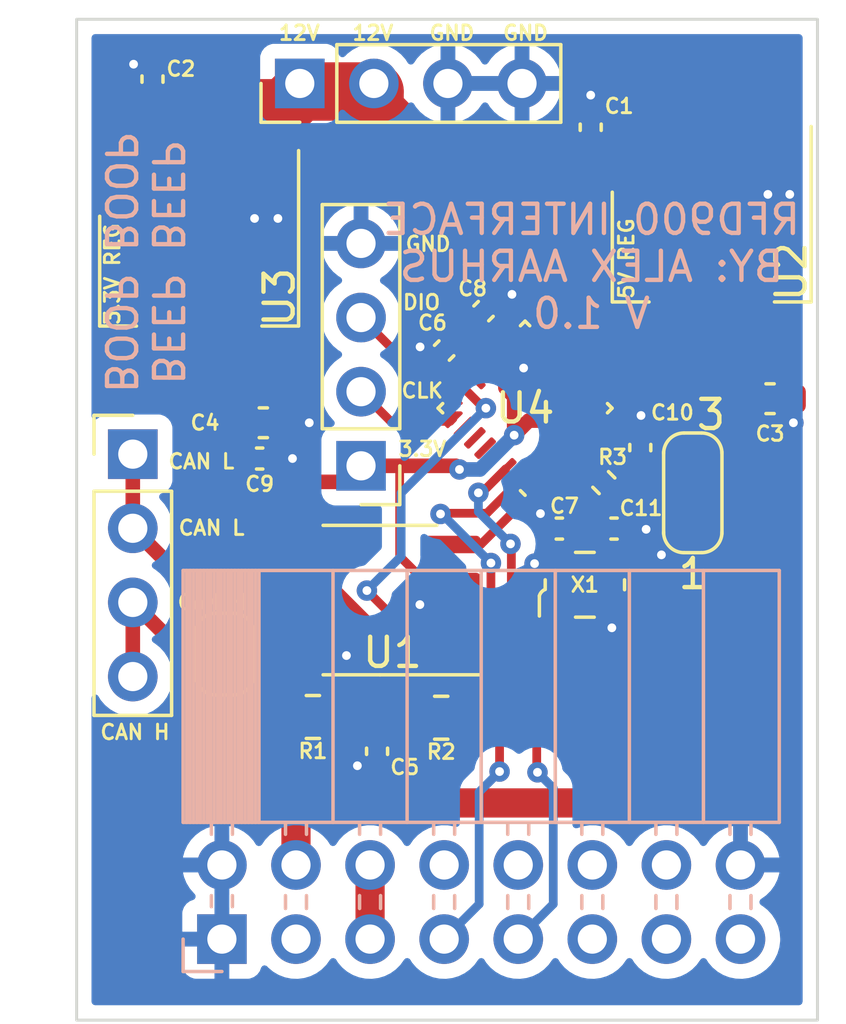
<source format=kicad_pcb>
(kicad_pcb (version 20211014) (generator pcbnew)
  (layers (0 "F.Cu" signal) (31 "B.Cu" power) (34 "B.Paste" user) (35 "F.Paste" user) (36 "B.SilkS" user "B.Silkscreen") (37 "F.SilkS" user "F.Silkscreen") (38 "B.Mask" user) (39 "F.Mask" user) (44 "Edge.Cuts" user))
  (net 0 "")
  (net 1 "/12V+")
  (net 2 "GND")
  (net 3 "+5V")
  (net 4 "+3.3V")
  (net 5 "Net-(C5-Pad1)")
  (net 6 "RCC_OSC_IN")
  (net 7 "RCC_OSC_OUT")
  (net 8 "SYS_SWDIO")
  (net 9 "SYS_SWCLK")
  (net 10 "CAN_L")
  (net 11 "CAN_H")
  (net 12 "Net-(R1-Pad1)")
  (net 13 "BOOT0")
  (net 14 "Net-(R3-Pad2)")
  (net 15 "CAN_TX")
  (net 16 "CAN_RX")
  (net 33 "USART1_TX")
  (net 34 "USART1_RX")
  (net 35 "CTS")
  (net 36 "VUSB")
  (net 37 "GPIO5")
  (net 38 "GPIO4")
  (net 39 "RTS")
  (net 40 "GPIO3")
  (net 41 "GPIO0")
  (net 42 "GPIO2")
  (net 43 "GPIO1")
  (footprint "Connector_PinHeader_2.54mm:PinHeader_1x04_P2.54mm_Vertical" (layer "F.Cu") (at 27.325 40.3)
    (fp_text reference "J3" hide)
    (fp_text value "CAN Header")
    (pad "1" thru_hole rect (at 0 0) (size 1.7 1.7) (drill 1) (layers *.Cu *.Mask) (net 10 "CAN_L"))
    (pad "2" thru_hole oval (at 0 2.54) (size 1.7 1.7) (drill 1) (layers *.Cu *.Mask) (net 10 "CAN_L"))
    (pad "3" thru_hole oval (at 0 5.08) (size 1.7 1.7) (drill 1) (layers *.Cu *.Mask) (net 11 "CAN_H"))
    (pad "4" thru_hole oval (at 0 7.62) (size 1.7 1.7) (drill 1) (layers *.Cu *.Mask) (net 11 "CAN_H"))
  )
  (footprint "Oscillator:Oscillator_SMD_ECS_2520MV-xxx-xx-4Pin_2.5x2.0mm" (layer "F.Cu") (at 42.825 44.775 90)
    (fp_text reference "X1" (at 0 0) (layer "F.SilkS") (effects (font (size 0.5 0.5) (thickness 0.1))))
    (fp_text value "ECS-2520MV-xxx-xx")
    (pad "1" smd roundrect (at -0.725 -0.925 90) (size 0.8 0.9) (layers "F.Cu" "F.Paste" "F.Mask") (net 6 "RCC_OSC_IN"))
    (pad "2" smd roundrect (at -0.725 0.925 90) (size 0.8 0.9) (layers "F.Cu" "F.Paste" "F.Mask") (net 2 "GND"))
    (pad "3" smd roundrect (at 0.725 0.925 90) (size 0.8 0.9) (layers "F.Cu" "F.Paste" "F.Mask") (net 7 "RCC_OSC_OUT"))
    (pad "4" smd roundrect (at 0.725 -0.925 90) (size 0.8 0.9) (layers "F.Cu" "F.Paste" "F.Mask") (net 2 "GND"))
  )
  (footprint "Capacitor_SMD:C_0402_1005Metric" (layer "F.Cu") (at 31.675 40.45)
    (fp_text reference "C9" (at 0 0.875) (layer "F.SilkS") (effects (font (size 0.5 0.5) (thickness 0.1))))
    (fp_text value ".1uF")
    (pad "1" smd roundrect (at -0.48 0) (size 0.56 0.62) (layers "F.Cu" "F.Paste" "F.Mask") (net 4 "+3.3V"))
    (pad "2" smd roundrect (at 0.48 0) (size 0.56 0.62) (layers "F.Cu" "F.Paste" "F.Mask") (net 2 "GND"))
  )
  (footprint "Capacitor_SMD:C_0402_1005Metric" (layer "F.Cu") (at 35.7 50.48 -90)
    (fp_text reference "C5" (at 0.545 -0.95) (layer "F.SilkS") (effects (font (size 0.5 0.5) (thickness 0.1))))
    (fp_text value "4.7nF")
    (pad "1" smd roundrect (at -0.48 0 270) (size 0.56 0.62) (layers "F.Cu" "F.Paste" "F.Mask") (net 5 "Net-(C5-Pad1)"))
    (pad "2" smd roundrect (at 0.48 0 270) (size 0.56 0.62) (layers "F.Cu" "F.Paste" "F.Mask") (net 2 "GND"))
  )
  (footprint "Jumper:SolderJumper-2_P1.3mm_Open_RoundedPad1.0x1.5mm" (layer "F.Cu") (at 30.475 47.15 90)
    (fp_text reference "SW1" hide)
    (fp_text value "SW_SPST")
    (pad "1" smd custom (at -0.65 0 90) (size 1 0.5) (layers "F.Cu" "F.Mask") (net 12 "Net-(R1-Pad1)") (options (clearance outline) (anchor rect)) (primitives (gr_circle (center 0 0.25) (end 0.5 0.25) (width 0) (fill yes)) (gr_circle (center 0 -0.25) (end 0.5 -0.25) (width 0) (fill yes)) (gr_poly (pts (xy 0.5 0.75) (xy 0 0.75) (xy 0 -0.75) (xy 0.5 -0.75)) (width 0) (fill yes))))
    (pad "2" smd custom (at 0.65 0 90) (size 1 0.5) (layers "F.Cu" "F.Mask") (net 11 "CAN_H") (options (clearance outline) (anchor rect)) (primitives (gr_circle (center 0 0.25) (end 0.5 0.25) (width 0) (fill yes)) (gr_circle (center 0 -0.25) (end 0.5 -0.25) (width 0) (fill yes)) (gr_poly (pts (xy 0 0.75) (xy -0.5 0.75) (xy -0.5 -0.75) (xy 0 -0.75)) (width 0) (fill yes))))
  )
  (footprint "Capacitor_SMD:C_0402_1005Metric" (layer "F.Cu") (at 43.825 42.85)
    (fp_text reference "C11" (at 0.925 -0.7 -180) (layer "F.SilkS") (effects (font (size 0.5 0.5) (thickness 0.1))))
    (fp_text value "20pF")
    (pad "1" smd roundrect (at -0.48 0) (size 0.56 0.62) (layers "F.Cu" "F.Paste" "F.Mask") (net 7 "RCC_OSC_OUT"))
    (pad "2" smd roundrect (at 0.48 0) (size 0.56 0.62) (layers "F.Cu" "F.Paste" "F.Mask") (net 2 "GND"))
  )
  (footprint "Package_DFN_QFN:QFN-28_4x4mm_P0.5mm" (layer "F.Cu") (at 40.775 38.725 135)
    (fp_text reference "U4" (at 0 0) (layer "F.SilkS"))
    (fp_text value "STM32F042G4Ux")
    (pad "1" smd custom (at -1.9975 -1.5 135) (size 0.136863 0.136863) (layers "F.Cu" "F.Paste" "F.Mask") (net 16 "CAN_RX") (options (clearance outline) (anchor circle)) (primitives (gr_poly (pts (xy 0.3325 0.05364) (xy 0.3325 0.08) (xy -0.3325 0.08) (xy -0.3325 -0.08) (xy 0.19886 -0.08)) (width 0.09) (fill yes))))
    (pad "2" smd roundrect (at -1.9375 -1 135) (size 0.875 0.25) (layers "F.Cu" "F.Paste" "F.Mask") (net 6 "RCC_OSC_IN"))
    (pad "3" smd roundrect (at -1.9375 -0.5 135) (size 0.875 0.25) (layers "F.Cu" "F.Paste" "F.Mask") (net 7 "RCC_OSC_OUT"))
    (pad "4" smd roundrect (at -1.9375 0 135) (size 0.875 0.25) (layers "F.Cu" "F.Paste" "F.Mask") (net 13 "BOOT0"))
    (pad "5" smd roundrect (at -1.9375 0.5 135) (size 0.875 0.25) (layers "F.Cu" "F.Paste" "F.Mask") (net 4 "+3.3V"))
    (pad "6" smd roundrect (at -1.9375 1 135) (size 0.875 0.25) (layers "F.Cu" "F.Paste" "F.Mask"))
    (pad "7" smd custom (at -1.9975 1.5 135) (size 0.136863 0.136863) (layers "F.Cu" "F.Paste" "F.Mask") (options (clearance outline) (anchor circle)) (primitives (gr_poly (pts (xy 0.3325 -0.05364) (xy 0.19886 0.08) (xy -0.3325 0.08) (xy -0.3325 -0.08) (xy 0.3325 -0.08)) (width 0.09) (fill yes))))
    (pad "8" smd custom (at -1.5 1.9975 135) (size 0.136863 0.136863) (layers "F.Cu" "F.Paste" "F.Mask") (options (clearance outline) (anchor circle)) (primitives (gr_poly (pts (xy 0.08 0.3325) (xy -0.08 0.3325) (xy -0.08 -0.19886) (xy 0.05364 -0.3325) (xy 0.08 -0.3325)) (width 0.09) (fill yes))))
    (pad "9" smd roundrect (at -1 1.9375 135) (size 0.25 0.875) (layers "F.Cu" "F.Paste" "F.Mask"))
    (pad "10" smd roundrect (at -0.5 1.9375 135) (size 0.25 0.875) (layers "F.Cu" "F.Paste" "F.Mask"))
    (pad "11" smd roundrect (at 0 1.9375 135) (size 0.25 0.875) (layers "F.Cu" "F.Paste" "F.Mask"))
    (pad "12" smd roundrect (at 0.5 1.9375 135) (size 0.25 0.875) (layers "F.Cu" "F.Paste" "F.Mask"))
    (pad "13" smd roundrect (at 1 1.9375 135) (size 0.25 0.875) (layers "F.Cu" "F.Paste" "F.Mask"))
    (pad "14" smd custom (at 1.5 1.9975 135) (size 0.136863 0.136863) (layers "F.Cu" "F.Paste" "F.Mask") (options (clearance outline) (anchor circle)) (primitives (gr_poly (pts (xy 0.08 -0.19886) (xy 0.08 0.3325) (xy -0.08 0.3325) (xy -0.08 -0.3325) (xy -0.05364 -0.3325)) (width 0.09) (fill yes))))
    (pad "15" smd custom (at 1.9975 1.5 135) (size 0.136863 0.136863) (layers "F.Cu" "F.Paste" "F.Mask") (options (clearance outline) (anchor circle)) (primitives (gr_poly (pts (xy 0.3325 0.08) (xy -0.19886 0.08) (xy -0.3325 -0.05364) (xy -0.3325 -0.08) (xy 0.3325 -0.08)) (width 0.09) (fill yes))))
    (pad "16" smd roundrect (at 1.9375 1 135) (size 0.875 0.25) (layers "F.Cu" "F.Paste" "F.Mask") (net 2 "GND"))
    (pad "17" smd roundrect (at 1.9375 0.5 135) (size 0.875 0.25) (layers "F.Cu" "F.Paste" "F.Mask") (net 4 "+3.3V"))
    (pad "18" smd roundrect (at 1.9375 0 135) (size 0.875 0.25) (layers "F.Cu" "F.Paste" "F.Mask") (net 4 "+3.3V"))
    (pad "19" smd roundrect (at 1.9375 -0.5 135) (size 0.875 0.25) (layers "F.Cu" "F.Paste" "F.Mask"))
    (pad "20" smd roundrect (at 1.9375 -1 135) (size 0.875 0.25) (layers "F.Cu" "F.Paste" "F.Mask") (net 15 "CAN_TX"))
    (pad "21" smd custom (at 1.9975 -1.5 135) (size 0.136863 0.136863) (layers "F.Cu" "F.Paste" "F.Mask") (net 8 "SYS_SWDIO") (options (clearance outline) (anchor circle)) (primitives (gr_poly (pts (xy 0.3325 0.08) (xy -0.3325 0.08) (xy -0.3325 0.05364) (xy -0.19886 -0.08) (xy 0.3325 -0.08)) (width 0.09) (fill yes))))
    (pad "22" smd custom (at 1.5 -1.9975 135) (size 0.136863 0.136863) (layers "F.Cu" "F.Paste" "F.Mask") (net 9 "SYS_SWCLK") (options (clearance outline) (anchor circle)) (primitives (gr_poly (pts (xy 0.08 0.19886) (xy -0.05364 0.3325) (xy -0.08 0.3325) (xy -0.08 -0.3325) (xy 0.08 -0.3325)) (width 0.09) (fill yes))))
    (pad "23" smd roundrect (at 1 -1.9375 135) (size 0.25 0.875) (layers "F.Cu" "F.Paste" "F.Mask"))
    (pad "24" smd roundrect (at 0.5 -1.9375 135) (size 0.25 0.875) (layers "F.Cu" "F.Paste" "F.Mask"))
    (pad "25" smd roundrect (at 0 -1.9375 135) (size 0.25 0.875) (layers "F.Cu" "F.Paste" "F.Mask"))
    (pad "26" smd roundrect (at -0.5 -1.9375 135) (size 0.25 0.875) (layers "F.Cu" "F.Paste" "F.Mask"))
    (pad "27" smd roundrect (at -1 -1.9375 135) (size 0.25 0.875) (layers "F.Cu" "F.Paste" "F.Mask") (net 33 "USART1_TX"))
    (pad "28" smd custom (at -1.5 -1.9975 135) (size 0.136863 0.136863) (layers "F.Cu" "F.Paste" "F.Mask") (net 34 "USART1_RX") (options (clearance outline) (anchor circle)) (primitives (gr_poly (pts (xy 0.08 0.3325) (xy 0.05364 0.3325) (xy -0.08 0.19886) (xy -0.08 -0.3325) (xy 0.08 -0.3325)) (width 0.09) (fill yes))))
  )
  (footprint "Capacitor_SMD:C_0402_1005Metric" (layer "F.Cu") (at 39.35 35.4 45)
    (fp_text reference "C8" (at 0.282843 -0.813173 -180) (layer "F.SilkS") (effects (font (size 0.5 0.5) (thickness 0.1))))
    (fp_text value "1uF")
    (pad "1" smd roundrect (at -0.48 0 45) (size 0.56 0.62) (layers "F.Cu" "F.Paste" "F.Mask") (net 4 "+3.3V"))
    (pad "2" smd roundrect (at 0.48 0 45) (size 0.56 0.62) (layers "F.Cu" "F.Paste" "F.Mask") (net 2 "GND"))
  )
  (footprint "Resistor_SMD:R_0402_1005Metric" (layer "F.Cu") (at 43.475 41.275 -45)
    (fp_text reference "R3" (at -0.406586 -0.83085) (layer "F.SilkS") (effects (font (size 0.5 0.5) (thickness 0.1))))
    (fp_text value "10k")
    (pad "1" smd roundrect (at -0.51 0 315) (size 0.54 0.64) (layers "F.Cu" "F.Paste" "F.Mask") (net 13 "BOOT0"))
    (pad "2" smd roundrect (at 0.51 0 315) (size 0.54 0.64) (layers "F.Cu" "F.Paste" "F.Mask") (net 14 "Net-(R3-Pad2)"))
  )
  (footprint "Package_TO_SOT_SMD:SOT-223-3_TabPin2" (layer "F.Cu") (at 47.175 33.175 -90)
    (fp_text reference "U2" (at 0.875 -2.725 90) (layer "F.SilkS"))
    (fp_text value "LD1117S50TR_SOT223")
    (pad "1" smd rect (at -3.15 -2.3 270) (size 2 1.5) (layers "F.Cu" "F.Paste" "F.Mask") (net 2 "GND"))
    (pad "2" smd rect (at -3.15 0 270) (size 2 1.5) (layers "F.Cu" "F.Paste" "F.Mask") (net 3 "+5V"))
    (pad "2" smd rect (at 3.15 0 270) (size 2 3.8) (layers "F.Cu" "F.Paste" "F.Mask") (net 3 "+5V"))
    (pad "3" smd rect (at -3.15 2.3 270) (size 2 1.5) (layers "F.Cu" "F.Paste" "F.Mask") (net 1 "/12V+"))
  )
  (footprint "Capacitor_SMD:C_0402_1005Metric" (layer "F.Cu") (at 38 36.75 -135)
    (fp_text reference "C6" (at -0.388909 0.954594 -180) (layer "F.SilkS") (effects (font (size 0.5 0.5) (thickness 0.1))))
    (fp_text value "4u7")
    (pad "1" smd roundrect (at -0.48 0 225) (size 0.56 0.62) (layers "F.Cu" "F.Paste" "F.Mask") (net 4 "+3.3V"))
    (pad "2" smd roundrect (at 0.48 0 225) (size 0.56 0.62) (layers "F.Cu" "F.Paste" "F.Mask") (net 2 "GND"))
  )
  (footprint "Package_SO:SOIC-8_3.9x4.9mm_P1.27mm" (layer "F.Cu") (at 35.8 45.3 180)
    (fp_text reference "U1" (at -0.425 -1.8) (layer "F.SilkS"))
    (fp_text value "SN65HVD230")
    (pad "1" smd roundrect (at -2.475 -1.905 180) (size 1.95 0.6) (layers "F.Cu" "F.Paste" "F.Mask") (net 15 "CAN_TX"))
    (pad "2" smd roundrect (at -2.475 -0.635 180) (size 1.95 0.6) (layers "F.Cu" "F.Paste" "F.Mask") (net 2 "GND"))
    (pad "3" smd roundrect (at -2.475 0.635 180) (size 1.95 0.6) (layers "F.Cu" "F.Paste" "F.Mask") (net 4 "+3.3V"))
    (pad "4" smd roundrect (at -2.475 1.905 180) (size 1.95 0.6) (layers "F.Cu" "F.Paste" "F.Mask") (net 16 "CAN_RX"))
    (pad "5" smd roundrect (at 2.475 1.905 180) (size 1.95 0.6) (layers "F.Cu" "F.Paste" "F.Mask"))
    (pad "6" smd roundrect (at 2.475 0.635 180) (size 1.95 0.6) (layers "F.Cu" "F.Paste" "F.Mask") (net 10 "CAN_L"))
    (pad "7" smd roundrect (at 2.475 -0.635 180) (size 1.95 0.6) (layers "F.Cu" "F.Paste" "F.Mask") (net 11 "CAN_H"))
    (pad "8" smd roundrect (at 2.475 -1.905 180) (size 1.95 0.6) (layers "F.Cu" "F.Paste" "F.Mask") (net 2 "GND"))
  )
  (footprint "Capacitor_SMD:C_0402_1005Metric" (layer "F.Cu") (at 28 27.45 90)
    (fp_text reference "C2" (at 0.35 0.975) (layer "F.SilkS") (effects (font (size 0.5 0.5) (thickness 0.1))))
    (fp_text value ".1uF")
    (pad "1" smd roundrect (at -0.48 0 90) (size 0.56 0.62) (layers "F.Cu" "F.Paste" "F.Mask") (net 1 "/12V+"))
    (pad "2" smd roundrect (at 0.48 0 90) (size 0.56 0.62) (layers "F.Cu" "F.Paste" "F.Mask") (net 2 "GND"))
  )
  (footprint "Resistor_SMD:R_0805_2012Metric" (layer "F.Cu") (at 37.9 49.33)
    (fp_text reference "R2" (at 0 1.17) (layer "F.SilkS") (effects (font (size 0.5 0.5) (thickness 0.1))))
    (fp_text value "60 ohm")
    (pad "1" smd roundrect (at -0.9125 0) (size 1.025 1.4) (layers "F.Cu" "F.Paste" "F.Mask") (roundrect_rratio 0.243902439) (net 5 "Net-(C5-Pad1)"))
    (pad "2" smd roundrect (at 0.9125 0) (size 1.025 1.4) (layers "F.Cu" "F.Paste" "F.Mask") (roundrect_rratio 0.243902439) (net 10 "CAN_L"))
  )
  (footprint "Connector_PinHeader_2.54mm:PinHeader_1x04_P2.54mm_Vertical" (layer "F.Cu") (at 35.15 40.7 180)
    (fp_text reference "J2" hide)
    (fp_text value "DEBUG")
    (pad "1" thru_hole rect (at 0 0 180) (size 1.7 1.7) (drill 1) (layers *.Cu *.Mask) (net 4 "+3.3V"))
    (pad "2" thru_hole oval (at 0 2.54 180) (size 1.7 1.7) (drill 1) (layers *.Cu *.Mask) (net 9 "SYS_SWCLK"))
    (pad "3" thru_hole oval (at 0 5.08 180) (size 1.7 1.7) (drill 1) (layers *.Cu *.Mask) (net 8 "SYS_SWDIO"))
    (pad "4" thru_hole oval (at 0 7.62 180) (size 1.7 1.7) (drill 1) (layers *.Cu *.Mask) (net 2 "GND"))
  )
  (footprint "Capacitor_SMD:C_0402_1005Metric" (layer "F.Cu") (at 43.025 29.1 90)
    (fp_text reference "C1" (at 0.725 0.975) (layer "F.SilkS") (effects (font (size 0.5 0.5) (thickness 0.1))))
    (fp_text value ".1uF")
    (pad "1" smd roundrect (at -0.48 0 90) (size 0.56 0.62) (layers "F.Cu" "F.Paste" "F.Mask") (net 1 "/12V+"))
    (pad "2" smd roundrect (at 0.48 0 90) (size 0.56 0.62) (layers "F.Cu" "F.Paste" "F.Mask") (net 2 "GND"))
  )
  (footprint "Package_TO_SOT_SMD:SOT-223-3_TabPin2" (layer "F.Cu") (at 29.6 34 -90)
    (fp_text reference "U3" (at 0.925 -2.75 90) (layer "F.SilkS"))
    (fp_text value "LD1117S33TR_SOT223")
    (pad "1" smd rect (at -3.15 -2.3 270) (size 2 1.5) (layers "F.Cu" "F.Paste" "F.Mask") (net 2 "GND"))
    (pad "2" smd rect (at 3.15 0 270) (size 2 3.8) (layers "F.Cu" "F.Paste" "F.Mask") (net 4 "+3.3V"))
    (pad "2" smd rect (at -3.15 0 270) (size 2 1.5) (layers "F.Cu" "F.Paste" "F.Mask") (net 4 "+3.3V"))
    (pad "3" smd rect (at -3.15 2.3 270) (size 2 1.5) (layers "F.Cu" "F.Paste" "F.Mask") (net 1 "/12V+"))
  )
  (footprint "Jumper:SolderJumper-3_P1.3mm_Open_RoundedPad1.0x1.5mm_NumberLabels" (layer "F.Cu") (at 46.525 41.625 90)
    (fp_text reference "SW2" hide)
    (fp_text value "SW_SPDT")
    (fp_text user "1" (at -2.775 0) (layer "F.SilkS"))
    (fp_text user "3" (at 2.675 0.625) (layer "F.SilkS"))
    (pad "1" smd custom (at -1.3 0 90) (size 1 0.5) (layers "F.Cu" "F.Mask") (net 2 "GND") (options (clearance outline) (anchor rect)) (primitives (gr_circle (center 0 0.25) (end 0.5 0.25) (width 0) (fill yes)) (gr_circle (center 0 -0.25) (end 0.5 -0.25) (width 0) (fill yes)) (gr_poly (pts (xy 0.55 0.75) (xy 0 0.75) (xy 0 -0.75) (xy 0.55 -0.75)) (width 0) (fill yes))))
    (pad "2" smd rect (at 0 0 90) (size 1 1.5) (layers "F.Cu" "F.Mask") (net 14 "Net-(R3-Pad2)"))
    (pad "3" smd custom (at 1.3 0 90) (size 1 0.5) (layers "F.Cu" "F.Mask") (net 4 "+3.3V") (options (clearance outline) (anchor rect)) (primitives (gr_circle (center 0 0.25) (end 0.5 0.25) (width 0) (fill yes)) (gr_circle (center 0 -0.25) (end 0.5 -0.25) (width 0) (fill yes)) (gr_poly (pts (xy 0 0.75) (xy -0.55 0.75) (xy -0.55 -0.75) (xy 0 -0.75)) (width 0) (fill yes))))
  )
  (footprint "Capacitor_SMD:C_0402_1005Metric" (layer "F.Cu") (at 41.95 42.85 180)
    (fp_text reference "C7" (at -0.175 0.775 180) (layer "F.SilkS") (effects (font (size 0.5 0.5) (thickness 0.1))))
    (fp_text value "20pF")
    (pad "1" smd roundrect (at -0.48 0 180) (size 0.56 0.62) (layers "F.Cu" "F.Paste" "F.Mask") (net 6 "RCC_OSC_IN"))
    (pad "2" smd roundrect (at 0.48 0 180) (size 0.56 0.62) (layers "F.Cu" "F.Paste" "F.Mask") (net 2 "GND"))
  )
  (footprint "Capacitor_SMD:C_0402_1005Metric" (layer "F.Cu") (at 44.725 40.075 90)
    (fp_text reference "C10" (at 1.2 1.1) (layer "F.SilkS") (effects (font (size 0.5 0.5) (thickness 0.1))))
    (fp_text value "10nF")
    (pad "1" smd roundrect (at -0.48 0 90) (size 0.56 0.62) (layers "F.Cu" "F.Paste" "F.Mask") (net 4 "+3.3V"))
    (pad "2" smd roundrect (at 0.48 0 90) (size 0.56 0.62) (layers "F.Cu" "F.Paste" "F.Mask") (net 2 "GND"))
  )
  (footprint "Connector_PinHeader_2.54mm:PinHeader_1x04_P2.54mm_Vertical" (layer "F.Cu") (at 33.05 27.6 90)
    (fp_text reference "J1" hide)
    (fp_text value "Bat")
    (pad "1" thru_hole rect (at 0 0 90) (size 1.7 1.7) (drill 1) (layers *.Cu *.Mask) (net 1 "/12V+"))
    (pad "2" thru_hole oval (at 0 2.54 90) (size 1.7 1.7) (drill 1) (layers *.Cu *.Mask) (net 1 "/12V+"))
    (pad "3" thru_hole oval (at 0 5.08 90) (size 1.7 1.7) (drill 1) (layers *.Cu *.Mask) (net 2 "GND"))
    (pad "4" thru_hole oval (at 0 7.62 90) (size 1.7 1.7) (drill 1) (layers *.Cu *.Mask) (net 2 "GND"))
  )
  (footprint "Capacitor_SMD:C_0603_1608Metric" (layer "F.Cu") (at 31.8 39.225)
    (fp_text reference "C4" (at -2 0 -180) (layer "F.SilkS") (effects (font (size 0.5 0.5) (thickness 0.1))))
    (fp_text value "10uF")
    (pad "1" smd roundrect (at -0.775 0) (size 0.9 0.95) (layers "F.Cu" "F.Paste" "F.Mask") (net 4 "+3.3V"))
    (pad "2" smd roundrect (at 0.775 0) (size 0.9 0.95) (layers "F.Cu" "F.Paste" "F.Mask") (net 2 "GND"))
  )
  (footprint "Resistor_SMD:R_0805_2012Metric" (layer "F.Cu") (at 33.5 49.305)
    (fp_text reference "R1" (at 0 1.17) (layer "F.SilkS") (effects (font (size 0.5 0.5) (thickness 0.1))))
    (fp_text value "60 ohm")
    (pad "1" smd roundrect (at -0.9125 0) (size 1.025 1.4) (layers "F.Cu" "F.Paste" "F.Mask") (roundrect_rratio 0.243902439) (net 12 "Net-(R1-Pad1)"))
    (pad "2" smd roundrect (at 0.9125 0) (size 1.025 1.4) (layers "F.Cu" "F.Paste" "F.Mask") (roundrect_rratio 0.243902439) (net 5 "Net-(C5-Pad1)"))
  )
  (footprint "Capacitor_SMD:C_0603_1608Metric" (layer "F.Cu") (at 49.175 38.4)
    (fp_text reference "C3" (at 0 1.2 -180) (layer "F.SilkS") (effects (font (size 0.5 0.5) (thickness 0.1))))
    (fp_text value "10uF")
    (pad "1" smd roundrect (at -0.775 0) (size 0.9 0.95) (layers "F.Cu" "F.Paste" "F.Mask") (net 3 "+5V"))
    (pad "2" smd roundrect (at 0.775 0) (size 0.9 0.95) (layers "F.Cu" "F.Paste" "F.Mask") (net 2 "GND"))
  )
  (footprint "Connector_PinSocket_2.54mm:PinSocket_2x08_P2.54mm_Horizontal" (layer "B.Cu") (at 30.38 56.915 -90)
    (fp_text reference "J4" hide)
    (fp_text value "Conn_02x08_Odd_Even")
    (pad "1" thru_hole rect (at 0 0 270) (size 1.7 1.7) (drill 1) (layers *.Cu *.Mask) (net 2 "GND"))
    (pad "2" thru_hole oval (at -2.54 0 270) (size 1.7 1.7) (drill 1) (layers *.Cu *.Mask) (net 2 "GND"))
    (pad "3" thru_hole oval (at 0 -2.54 270) (size 1.7 1.7) (drill 1) (layers *.Cu *.Mask) (net 35 "CTS"))
    (pad "4" thru_hole oval (at -2.54 -2.54 270) (size 1.7 1.7) (drill 1) (layers *.Cu *.Mask) (net 3 "+5V"))
    (pad "5" thru_hole oval (at 0 -5.08 270) (size 1.7 1.7) (drill 1) (layers *.Cu *.Mask) (net 36 "VUSB"))
    (pad "6" thru_hole oval (at -2.54 -5.08 270) (size 1.7 1.7) (drill 1) (layers *.Cu *.Mask) (net 36 "VUSB"))
    (pad "7" thru_hole oval (at 0 -7.62 270) (size 1.7 1.7) (drill 1) (layers *.Cu *.Mask) (net 34 "USART1_RX"))
    (pad "8" thru_hole oval (at -2.54 -7.62 270) (size 1.7 1.7) (drill 1) (layers *.Cu *.Mask) (net 37 "GPIO5"))
    (pad "9" thru_hole oval (at 0 -10.16 270) (size 1.7 1.7) (drill 1) (layers *.Cu *.Mask) (net 33 "USART1_TX"))
    (pad "10" thru_hole oval (at -2.54 -10.16 270) (size 1.7 1.7) (drill 1) (layers *.Cu *.Mask) (net 38 "GPIO4"))
    (pad "11" thru_hole oval (at 0 -12.7 270) (size 1.7 1.7) (drill 1) (layers *.Cu *.Mask) (net 39 "RTS"))
    (pad "12" thru_hole oval (at -2.54 -12.7 270) (size 1.7 1.7) (drill 1) (layers *.Cu *.Mask) (net 40 "GPIO3"))
    (pad "13" thru_hole oval (at 0 -15.24 270) (size 1.7 1.7) (drill 1) (layers *.Cu *.Mask) (net 41 "GPIO0"))
    (pad "14" thru_hole oval (at -2.54 -15.24 270) (size 1.7 1.7) (drill 1) (layers *.Cu *.Mask) (net 42 "GPIO2"))
    (pad "15" thru_hole oval (at 0 -17.78 270) (size 1.7 1.7) (drill 1) (layers *.Cu *.Mask) (net 43 "GPIO1"))
    (pad "16" thru_hole oval (at -2.54 -17.78 270) (size 1.7 1.7) (drill 1) (layers *.Cu *.Mask) (net 2 "GND"))
  )
  (gr_rect (start 25.4 25.4) (end 50.8 59.69) (layer "Edge.Cuts") (width 0.1) (fill none))
  (gr_text "RFD900 INTERFACE\nBY: ALEX AARHUS\nV 1.0" (at 43.05 33.875) (layer "B.SilkS") (effects (font (size 1 1)) (justify mirror)))
  (gr_text "BEEP BEEP\nBOOP BOOP" (at 27.7 33.725 -90) (layer "B.SilkS") (effects (font (size 1 1)) (justify mirror)))
  (gr_text "GND" (at 38.268864 25.869608) (layer "F.SilkS") (effects (font (size 0.5 0.5) (thickness 0.1))))
  (gr_text "CAN L" (at 30.025 42.825) (layer "F.SilkS") (effects (font (size 0.5 0.5) (thickness 0.1))))
  (gr_text "12V " (at 35.746932 25.869608) (layer "F.SilkS") (effects (font (size 0.5 0.5) (thickness 0.1))))
  (gr_text "DIO" (at 37.225 35.1) (layer "F.SilkS") (effects (font (size 0.5 0.5) (thickness 0.1))))
  (gr_text "3.3V REG" (at 26.625 34.125 -270) (layer "F.SilkS") (effects (font (size 0.5 0.5) (thickness 0.1))))
  (gr_text "12V " (at 33.225 25.869608) (layer "F.SilkS") (effects (font (size 0.5 0.5) (thickness 0.1))))
  (gr_text "GND" (at 40.790797 25.869608) (layer "F.SilkS") (effects (font (size 0.5 0.5) (thickness 0.1))))
  (gr_text "CAN H" (at 27.4 49.825) (layer "F.SilkS") (effects (font (size 0.5 0.5) (thickness 0.1))))
  (gr_text "GND" (at 37.45 33.1) (layer "F.SilkS") (effects (font (size 0.5 0.5) (thickness 0.1))))
  (gr_text "3.3V" (at 37.25 40.125) (layer "F.SilkS") (effects (font (size 0.5 0.5) (thickness 0.1))))
  (gr_text "CAN H" (at 30.05 45.375) (layer "F.SilkS") (effects (font (size 0.5 0.5) (thickness 0.1))))
  (gr_text "5V REG" (at 44.25 33.6 -270) (layer "F.SilkS") (effects (font (size 0.5 0.5) (thickness 0.1))))
  (gr_text "CLK" (at 37.25 38.125) (layer "F.SilkS") (effects (font (size 0.5 0.5) (thickness 0.1))))
  (gr_text "CAN L" (at 29.675 40.55) (layer "F.SilkS") (effects (font (size 0.5 0.5) (thickness 0.1))))
  (segment (start 32.5 28.45) (end 33.075 27.875) (width 2) (layer "F.Cu") (net 1))
  (segment (start 33.075 27.875) (end 35.615 27.875) (width 2) (layer "F.Cu") (net 1))
  (segment (start 35.615 27.875) (end 35.615 28.515) (width 2) (layer "F.Cu") (net 1))
  (segment (start 27.35 28.8) (end 27.7 28.45) (width 2) (layer "F.Cu") (net 1))
  (segment (start 37.2 30.1) (end 44.75 30.1) (width 2) (layer "F.Cu") (net 1))
  (segment (start 27.7 28.45) (end 32.5 28.45) (width 2) (layer "F.Cu") (net 1))
  (segment (start 27.35 30.65) (end 27.35 28.8) (width 2) (layer "F.Cu") (net 1))
  (segment (start 35.615 28.515) (end 37.2 30.1) (width 2) (layer "F.Cu") (net 1))
  (segment (start 35.025 50.975) (end 35.04 50.96) (width 0.5) (layer "F.Cu") (net 2))
  (segment (start 49.95 39.2) (end 49.975 39.225) (width 0.5) (layer "F.Cu") (net 2))
  (segment (start 46.525 42.925) (end 46.275 42.925) (width 0.5) (layer "F.Cu") (net 2))
  (segment (start 44.725 39) (end 44.75 38.975) (width 0.3) (layer "F.Cu") (net 2))
  (segment (start 41.47 42.85) (end 41.47 42.505739) (width 0.3) (layer "F.Cu") (net 2))
  (segment (start 34.65 47.2) (end 34.645 47.205) (width 0.5) (layer "F.Cu") (net 2))
  (segment (start 46.275 42.925) (end 45.45 43.75) (width 0.5) (layer "F.Cu") (net 2))
  (segment (start 44.9 42.85) (end 44.925 42.875) (width 0.3) (layer "F.Cu") (net 2))
  (segment (start 37.167653 45.454986) (end 37.212667 45.5) (width 0.5) (layer "F.Cu") (net 2))
  (segment (start 32.575 39.225) (end 33.375 39.225) (width 0.3) (layer "F.Cu") (net 2))
  (segment (start 40.725 37.260787) (end 40.112087 36.647874) (width 0.3) (layer "F.Cu") (net 2))
  (segment (start 41.47 42.505739) (end 41.301752 42.337491) (width 0.3) (layer "F.Cu") (net 2))
  (segment (start 39.925 34.825) (end 40.325 34.825) (width 0.5) (layer "F.Cu") (net 2))
  (segment (start 41.9 44.05) (end 41.1 44.05) (width 0.3) (layer "F.Cu") (net 2))
  (segment (start 27.35158 26.94018) (end 27.3814 26.97) (width 0.5) (layer "F.Cu") (net 2))
  (segment (start 32.155 40.45) (end 32.8 40.45) (width 0.5) (layer "F.Cu") (net 2))
  (segment (start 43.025 28.62) (end 43.025 28) (width 0.5) (layer "F.Cu") (net 2))
  (segment (start 34.645 47.205) (end 33.325 47.205) (width 0.5) (layer "F.Cu") (net 2))
  (segment (start 27.3814 26.97) (end 28 26.97) (width 0.5) (layer "F.Cu") (net 2))
  (segment (start 37.212667 45.5) (end 37.84 45.5) (width 0.5) (layer "F.Cu") (net 2))
  (segment (start 35.04 50.96) (end 35.7 50.96) (width 0.5) (layer "F.Cu") (net 2))
  (segment (start 43.75 45.5) (end 43.75 46.25) (width 0.3) (layer "F.Cu") (net 2))
  (segment (start 44.725 39.595) (end 44.725 39) (width 0.3) (layer "F.Cu") (net 2))
  (segment (start 40.725 37.35) (end 40.725 37.260787) (width 0.3) (layer "F.Cu") (net 2))
  (segment (start 37.196178 36.625) (end 37.660589 37.089411) (width 0.5) (layer "F.Cu") (net 2))
  (segment (start 37.84 45.5) (end 38.275 45.935) (width 0.5) (layer "F.Cu") (net 2))
  (segment (start 39.689411 35.060589) (end 39.925 34.825) (width 0.5) (layer "F.Cu") (net 2))
  (segment (start 37.175 36.625) (end 37.196178 36.625) (width 0.5) (layer "F.Cu") (net 2))
  (segment (start 49.95 38.4) (end 49.95 39.2) (width 0.5) (layer "F.Cu") (net 2))
  (segment (start 44.305 42.85) (end 44.9 42.85) (width 0.3) (layer "F.Cu") (net 2))
  (via (at 44.75 38.975) (size 0.7) (drill 0.3) (layers "F.Cu" "B.Cu") (net 2))
  (via (at 49.1 31.4) (size 0.7) (drill 0.3) (layers "F.Cu" "B.Cu") (remove_unused_layers) (net 2))
  (via (at 34.65 47.2) (size 0.7) (drill 0.3) (layers "F.Cu" "B.Cu") (net 2))
  (via (at 40.725 37.35) (size 0.7) (drill 0.3) (layers "F.Cu" "B.Cu") (net 2))
  (via (at 43.75 46.25) (size 0.7) (drill 0.3) (layers "F.Cu" "B.Cu") (net 2))
  (via (at 32.8 40.45) (size 0.7) (drill 0.3) (layers "F.Cu" "B.Cu") (net 2))
  (via (at 27.35158 26.94018) (size 0.7) (drill 0.3) (layers "F.Cu" "B.Cu") (net 2))
  (via (at 35.025 50.975) (size 0.7) (drill 0.3) (layers "F.Cu" "B.Cu") (net 2))
  (via (at 49.85 31.4) (size 0.7) (drill 0.3) (layers "F.Cu" "B.Cu") (remove_unused_layers) (net 2))
  (via (at 32.3 32.225) (size 0.7) (drill 0.3) (layers "F.Cu" "B.Cu") (remove_unused_layers) (net 2))
  (via (at 40.325 34.825) (size 0.7) (drill 0.3) (layers "F.Cu" "B.Cu") (net 2))
  (via (at 37.167653 45.454986) (size 0.7) (drill 0.3) (layers "F.Cu" "B.Cu") (net 2))
  (via (at 33.375 39.225) (size 0.7) (drill 0.3) (layers "F.Cu" "B.Cu") (net 2))
  (via (at 31.5 32.225) (size 0.7) (drill 0.3) (layers "F.Cu" "B.Cu") (remove_unused_layers) (net 2))
  (via (at 44.925 42.875) (size 0.7) (drill 0.3) (layers "F.Cu" "B.Cu") (net 2))
  (via (at 41.301752 42.337491) (size 0.7) (drill 0.3) (layers "F.Cu" "B.Cu") (net 2))
  (via (at 43.025 28) (size 0.7) (drill 0.3) (layers "F.Cu" "B.Cu") (net 2))
  (via (at 45.45 43.75) (size 0.7) (drill 0.3) (layers "F.Cu" "B.Cu") (net 2))
  (via (at 37.175 36.625) (size 0.7) (drill 0.3) (layers "F.Cu" "B.Cu") (net 2))
  (via (at 41.1 44.05) (size 0.7) (drill 0.3) (layers "F.Cu" "B.Cu") (net 2))
  (via (at 49.975 39.225) (size 0.7) (drill 0.3) (layers "F.Cu" "B.Cu") (net 2))
  (segment (start 32.92 52.83) (end 32.92 54.375) (width 1) (layer "F.Cu") (net 3))
  (segment (start 48.4 38.4) (end 48.4 50.6) (width 1) (layer "F.Cu") (net 3))
  (segment (start 46.75 52.25) (end 33.5 52.25) (width 1) (layer "F.Cu") (net 3))
  (segment (start 48.4 50.6) (end 46.75 52.25) (width 1) (layer "F.Cu") (net 3))
  (segment (start 33.5 52.25) (end 32.92 52.83) (width 1) (layer "F.Cu") (net 3))
  (segment (start 39.429981 37.354981) (end 40.1 38.025) (width 0.3) (layer "F.Cu") (net 4))
  (segment (start 44.955 40.325) (end 44.725 40.555) (width 0.3) (layer "F.Cu") (net 4))
  (segment (start 40.4 39.65) (end 40.9 39.15) (width 0.5) (layer "F.Cu") (net 4))
  (segment (start 40.4 38.325) (end 40.1 38.025) (width 0.5) (layer "F.Cu") (net 4))
  (segment (start 37.34 44.665) (end 36.475 43.8) (width 0.3) (layer "F.Cu") (net 4))
  (segment (start 46.525 40.325) (end 44.955 40.325) (width 0.3) (layer "F.Cu") (net 4))
  (segment (start 40.025 37.95) (end 40.1 38.025) (width 0.3) (layer "F.Cu") (net 4))
  (segment (start 43.484772 40.109772) (end 43.93 40.555) (width 0.3) (layer "F.Cu") (net 4))
  (segment (start 40.9 39.15) (end 41.875 39.15) (width 0.5) (layer "F.Cu") (net 4))
  (segment (start 31.025 39.225) (end 31.025 40.464386) (width 0.5) (layer "F.Cu") (net 4))
  (segment (start 42.498573 39.741466) (end 42.498573 39.723573) (width 0.3) (layer "F.Cu") (net 4))
  (segment (start 36.475 40.7) (end 38.4 40.7) (width 0.5) (layer "F.Cu") (net 4))
  (segment (start 43.93 40.555) (end 44.725 40.555) (width 0.3) (layer "F.Cu") (net 4))
  (segment (start 31.025 40.464386) (end 31.810614 41.25) (width 0.5) (layer "F.Cu") (net 4))
  (segment (start 39.758534 37.001427) (end 40.025 37.267893) (width 0.3) (layer "F.Cu") (net 4))
  (segment (start 36.475 43.8) (end 36.475 40.7) (width 0.3) (layer "F.Cu") (net 4))
  (segment (start 42.498573 39.741466) (end 42.866879 40.109772) (width 0.3) (layer "F.Cu") (net 4))
  (segment (start 40.4 39.65) (end 40.4 38.325) (width 0.5) (layer "F.Cu") (net 4))
  (segment (start 41.925 39.15) (end 41.875 39.15) (width 0.3) (layer "F.Cu") (net 4))
  (segment (start 38.4 40.7) (end 38.525 40.825) (width 0.5) (layer "F.Cu") (net 4))
  (segment (start 38.460589 36.410589) (end 39.404981 37.354981) (width 0.3) (layer "F.Cu") (net 4))
  (segment (start 35.15 40.7) (end 36.475 40.7) (width 0.5) (layer "F.Cu") (net 4))
  (segment (start 42.498573 39.723573) (end 41.925 39.15) (width 0.3) (layer "F.Cu") (net 4))
  (segment (start 31.810614 41.25) (end 34.6 41.25) (width 0.5) (layer "F.Cu") (net 4))
  (segment (start 42.866879 40.109772) (end 43.484772 40.109772) (width 0.3) (layer "F.Cu") (net 4))
  (segment (start 39.010589 36.253482) (end 39.758534 37.001427) (width 0.3) (layer "F.Cu") (net 4))
  (segment (start 38.275 44.665) (end 37.34 44.665) (width 0.3) (layer "F.Cu") (net 4))
  (segment (start 38.339411 36.410589) (end 38.460589 36.410589) (width 0.3) (layer "F.Cu") (net 4))
  (segment (start 34.6 41.25) (end 35.15 40.7) (width 0.5) (layer "F.Cu") (net 4))
  (segment (start 39.010589 35.739411) (end 39.010589 36.253482) (width 0.3) (layer "F.Cu") (net 4))
  (segment (start 40.025 37.267893) (end 40.025 37.95) (width 0.3) (layer "F.Cu") (net 4))
  (segment (start 39.404981 37.354981) (end 39.429981 37.354981) (width 0.3) (layer "F.Cu") (net 4))
  (via (at 40.4 39.65) (size 0.7) (drill 0.3) (layers "F.Cu" "B.Cu") (remove_unused_layers) (net 4))
  (via (at 38.525 40.825) (size 0.7) (drill 0.3) (layers "F.Cu" "B.Cu") (remove_unused_layers) (net 4))
  (segment (start 39.225 40.825) (end 40.4 39.65) (width 0.5) (layer "B.Cu") (net 4))
  (segment (start 38.525 40.825) (end 39.225 40.825) (width 0.5) (layer "B.Cu") (net 4))
  (segment (start 35.005 49.305) (end 35.7 50) (width 0.5) (layer "F.Cu") (net 5))
  (segment (start 36.37 49.33) (end 35.7 50) (width 0.5) (layer "F.Cu") (net 5))
  (segment (start 36.9875 49.33) (end 36.37 49.33) (width 0.5) (layer "F.Cu") (net 5))
  (segment (start 34.4125 49.305) (end 35.005 49.305) (width 0.5) (layer "F.Cu") (net 5))
  (segment (start 42.43 42.85) (end 42.7 43.12) (width 0.3) (layer "F.Cu") (net 6))
  (segment (start 41.9 41.975) (end 41.9 41.282106) (width 0.3) (layer "F.Cu") (net 6))
  (segment (start 42.43 42.505) (end 41.9 41.975) (width 0.3) (layer "F.Cu") (net 6))
  (segment (start 41.9 41.282106) (end 41.428966 40.811072) (width 0.3) (layer "F.Cu") (net 6))
  (segment (start 42.7 44.7) (end 41.9 45.5) (width 0.3) (layer "F.Cu") (net 6))
  (segment (start 42.43 42.85) (end 42.43 42.505) (width 0.3) (layer "F.Cu") (net 6))
  (segment (start 42.7 43.12) (end 42.7 44.7) (width 0.3) (layer "F.Cu") (net 6))
  (segment (start 42.403101 41.576862) (end 43.345 42.518761) (width 0.3) (layer "F.Cu") (net 7))
  (segment (start 42.403101 41.078101) (end 42.403101 41.576862) (width 0.3) (layer "F.Cu") (net 7))
  (segment (start 43.345 42.85) (end 43.345 43.645) (width 0.3) (layer "F.Cu") (net 7))
  (segment (start 43.345 43.645) (end 43.75 44.05) (width 0.3) (layer "F.Cu") (net 7))
  (segment (start 41.791466 40.448573) (end 41.791466 40.466466) (width 0.3) (layer "F.Cu") (net 7))
  (segment (start 43.345 42.518761) (end 43.345 42.85) (width 0.3) (layer "F.Cu") (net 7))
  (segment (start 41.791466 40.466466) (end 42.403101 41.078101) (width 0.3) (layer "F.Cu") (net 7))
  (segment (start 38.301894 38.373214) (end 37.903214 38.373214) (width 0.3) (layer "F.Cu") (net 8))
  (segment (start 37.903214 38.373214) (end 35.15 35.62) (width 0.3) (layer "F.Cu") (net 8))
  (segment (start 35.15 38.16) (end 36.165 39.175) (width 0.3) (layer "F.Cu") (net 9))
  (segment (start 38.20368 39.175) (end 38.301894 39.076786) (width 0.3) (layer "F.Cu") (net 9))
  (segment (start 36.165 39.175) (end 38.20368 39.175) (width 0.3) (layer "F.Cu") (net 9))
  (segment (start 38.255 47.955) (end 37.201472 47.955) (width 0.5) (layer "F.Cu") (net 10))
  (segment (start 37.201472 47.955) (end 33.911472 44.665) (width 0.5) (layer "F.Cu") (net 10))
  (segment (start 38.8125 49.33) (end 38.8125 48.5125) (width 0.5) (layer "F.Cu") (net 10))
  (segment (start 27.325 40.3) (end 27.325 42.84) (width 0.5) (layer "F.Cu") (net 10))
  (segment (start 33.911472 44.665) (end 33.325 44.665) (width 0.5) (layer "F.Cu") (net 10))
  (segment (start 38.8125 48.5125) (end 38.255 47.955) (width 0.5) (layer "F.Cu") (net 10))
  (segment (start 29.15 44.665) (end 33.325 44.665) (width 0.5) (layer "F.Cu") (net 10))
  (segment (start 27.325 42.84) (end 29.15 44.665) (width 0.5) (layer "F.Cu") (net 10))
  (segment (start 33.325 45.935) (end 31.04 45.935) (width 0.5) (layer "F.Cu") (net 11))
  (segment (start 28.42 46.475) (end 30.45 46.475) (width 0.5) (layer "F.Cu") (net 11))
  (segment (start 31.04 45.935) (end 30.475 46.5) (width 0.5) (layer "F.Cu") (net 11))
  (segment (start 27.325 45.38) (end 28.42 46.475) (width 0.5) (layer "F.Cu") (net 11))
  (segment (start 27.325 45.38) (end 27.325 47.92) (width 0.5) (layer "F.Cu") (net 11))
  (segment (start 30.45 46.475) (end 30.475 46.5) (width 0.5) (layer "F.Cu") (net 11))
  (segment (start 31.155 49.305) (end 32.5875 49.305) (width 0.5) (layer "F.Cu") (net 12))
  (segment (start 30.475 47.8) (end 30.475 48.625) (width 0.5) (layer "F.Cu") (net 12))
  (segment (start 30.475 48.625) (end 31.155 49.305) (width 0.5) (layer "F.Cu") (net 12))
  (segment (start 42.145019 40.095019) (end 42.964376 40.914376) (width 0.3) (layer "F.Cu") (net 13))
  (segment (start 42.964376 40.914376) (end 43.114376 40.914376) (width 0.3) (layer "F.Cu") (net 13))
  (segment (start 46.514376 41.635624) (end 46.525 41.625) (width 0.3) (layer "F.Cu") (net 14))
  (segment (start 43.835624 41.635624) (end 46.514376 41.635624) (width 0.3) (layer "F.Cu") (net 14))
  (segment (start 35.351068 44.973932) (end 37.582136 47.205) (width 0.3) (layer "F.Cu") (net 15))
  (segment (start 39.430791 38.725) (end 39.360787 38.725) (width 0.3) (layer "F.Cu") (net 15))
  (segment (start 39.360787 38.725) (end 38.697874 38.062087) (width 0.3) (layer "F.Cu") (net 15))
  (segment (start 37.582136 47.205) (end 38.275 47.205) (width 0.3) (layer "F.Cu") (net 15))
  (via (at 39.430791 38.725) (size 0.7) (drill 0.3) (layers "F.Cu" "B.Cu") (remove_unused_layers) (net 15))
  (via (at 35.351068 44.973932) (size 0.7) (drill 0.3) (layers "F.Cu" "B.Cu") (net 15))
  (segment (start 36.525 41.630791) (end 39.430791 38.725) (width 0.3) (layer "B.Cu") (net 15))
  (segment (start 36.525 43.8) (end 36.525 41.630791) (width 0.3) (layer "B.Cu") (net 15))
  (segment (start 35.351068 44.973932) (end 36.525 43.8) (width 0.3) (layer "B.Cu") (net 15))
  (segment (start 41.126786 41.523214) (end 41.126786 41.215998) (width 0.3) (layer "F.Cu") (net 16))
  (segment (start 38.275 43.395) (end 39.255 43.395) (width 0.3) (layer "F.Cu") (net 16))
  (segment (start 39.255 43.395) (end 41.126786 41.523214) (width 0.3) (layer "F.Cu") (net 16))
  (segment (start 41.126786 41.215998) (end 41.11784 41.207052) (width 0.3) (layer "F.Cu") (net 16))
  (segment (start 41.2 51.2005) (end 41.175 51.1755) (width 0.3) (layer "F.Cu") (net 33))
  (segment (start 40.112087 40.802126) (end 39.289713 41.6245) (width 0.3) (layer "F.Cu") (net 33))
  (segment (start 40.3044 43.4044) (end 40.275 43.375) (width 0.3) (layer "F.Cu") (net 33))
  (segment (start 41.175 51.1755) (end 41.175 46.6) (width 0.3) (layer "F.Cu") (net 33))
  (segment (start 39.289713 41.6245) (end 39.173942 41.6245) (width 0.3) (layer "F.Cu") (net 33))
  (segment (start 41.175 46.6) (end 40.3044 45.7294) (width 0.3) (layer "F.Cu") (net 33))
  (segment (start 40.3044 45.7294) (end 40.3044 43.4044) (width 0.3) (layer "F.Cu") (net 33))
  (via (at 39.173942 41.6245) (size 0.7) (drill 0.3) (layers "F.Cu" "B.Cu") (net 33))
  (via (at 41.2 51.2005) (size 0.7) (drill 0.3) (layers "F.Cu" "B.Cu") (net 33))
  (via (at 40.275 43.375) (size 0.7) (drill 0.3) (layers "F.Cu" "B.Cu") (net 33))
  (segment (start 41.2 51.2005) (end 41.74 51.7405) (width 0.3) (layer "B.Cu") (net 33))
  (segment (start 41.74 51.7405) (end 41.74 55.715) (width 0.3) (layer "B.Cu") (net 33))
  (segment (start 39.173942 42.273942) (end 40.275 43.375) (width 0.3) (layer "B.Cu") (net 33))
  (segment (start 41.74 55.715) (end 40.54 56.915) (width 0.3) (layer "B.Cu") (net 33))
  (segment (start 39.173942 41.6245) (end 39.173942 42.273942) (width 0.3) (layer "B.Cu") (net 33))
  (segment (start 39.6044 48.560872) (end 39.6044 44.029646) (width 0.3) (layer "F.Cu") (net 34))
  (segment (start 40.423214 41.365178) (end 40.423214 41.198106) (width 0.3) (layer "F.Cu") (net 34))
  (segment (start 39.9 51.175) (end 39.9 48.856472) (width 0.3) (layer "F.Cu") (net 34))
  (segment (start 39.463892 42.3245) (end 40.423214 41.365178) (width 0.3) (layer "F.Cu") (net 34))
  (segment (start 39.9 48.856472) (end 39.6044 48.560872) (width 0.3) (layer "F.Cu") (net 34))
  (segment (start 37.9005 42.3245) (end 39.463892 42.3245) (width 0.3) (layer "F.Cu") (net 34))
  (segment (start 37.875 42.35) (end 37.9005 42.3245) (width 0.3) (layer "F.Cu") (net 34))
  (via (at 39.9 51.175) (size 0.7) (drill 0.3) (layers "F.Cu" "B.Cu") (net 34))
  (via (at 37.875 42.35) (size 0.7) (drill 0.3) (layers "F.Cu" "B.Cu") (net 34))
  (via (at 39.6044 44.029646) (size 0.7) (drill 0.3) (layers "F.Cu" "B.Cu") (net 34))
  (segment (start 37.875 42.35) (end 37.924754 42.35) (width 0.3) (layer "B.Cu") (net 34))
  (segment (start 39.2 51.875) (end 39.2 55.715) (width 0.3) (layer "B.Cu") (net 34))
  (segment (start 39.2 55.715) (end 38 56.915) (width 0.3) (layer "B.Cu") (net 34))
  (segment (start 39.9 51.175) (end 39.2 51.875) (width 0.3) (layer "B.Cu") (net 34))
  (segment (start 37.924754 42.35) (end 39.6044 44.029646) (width 0.3) (layer "B.Cu") (net 34))
  (segment (start 35.46 54.375) (end 35.46 56.915) (width 1) (layer "F.Cu") (net 36))
  (zone (net 3) (net_name "+5V") (layer "F.Cu") (connect_pads yes (clearance 0.508)) (min_thickness 0.254) (fill yes (thermal_gap 0.508) (thermal_bridge_width 0.508))
    (polygon (pts (xy 47.925 31.225) (xy 47.925 34.125) (xy 49.075 35.3) (xy 49.075 38.875) (xy 47.95 38.875) (xy 47.95 38.1) (xy 47.175 37.325) (xy 45.275 37.325) (xy 45.275 35.325) (xy 46.425 34.125) (xy 46.425 31.225) (xy 46.425 29.025) (xy 47.925 29.025)))
  )
  (zone (net 2) (net_name "GND") (layer "F.Cu") (connect_pads yes (clearance 0.508)) (min_thickness 0.254) (fill yes (thermal_gap 0.508) (thermal_bridge_width 0.508))
    (polygon (pts (xy 32.65 32.625) (xy 31.15 32.625) (xy 31.15 29.85) (xy 32.65 29.85)))
  )
  (zone (net 2) (net_name "GND") (layer "F.Cu") (connect_pads yes (clearance 0.508)) (min_thickness 0.254) (fill yes (thermal_gap 0.508) (thermal_bridge_width 0.508))
    (polygon (pts (xy 50.225 31.85) (xy 48.725 31.85) (xy 48.725 29.025) (xy 50.225 29.025)))
  )
  (zone (net 4) (net_name "+3.3V") (layer "F.Cu") (connect_pads yes (clearance 0.508)) (min_thickness 0.254) (fill yes (thermal_gap 0.508) (thermal_bridge_width 0.508))
    (polygon (pts (xy 30.35 32.05) (xy 30.35 34.95) (xy 31.5 36.125) (xy 31.5 40.775) (xy 30.85 40.775) (xy 30.85 40) (xy 30.425 39.65) (xy 30.425 38.925) (xy 29.6 38.15) (xy 27.7 38.15) (xy 27.7 36.15) (xy 28.85 34.95) (xy 28.85 32.05) (xy 28.85 29.85) (xy 30.35 29.85)))
  )
  (zone (net 2) (net_name "GND") (layer "B.Cu") (connect_pads (clearance 0.508)) (min_thickness 0.254) (fill yes (thermal_gap 0.508) (thermal_bridge_width 0.508))
    (polygon (pts (xy 50.814076 59.685611) (xy 25.391879 59.698121) (xy 25.45 25.4) (xy 50.797197 25.38749)))
  )
)
</source>
